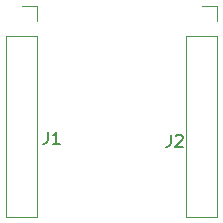
<source format=gbr>
%TF.GenerationSoftware,KiCad,Pcbnew,8.0.4*%
%TF.CreationDate,2024-07-26T21:26:35+02:00*%
%TF.ProjectId,rx_pcb,72785f70-6362-42e6-9b69-6361645f7063,rev?*%
%TF.SameCoordinates,Original*%
%TF.FileFunction,Legend,Top*%
%TF.FilePolarity,Positive*%
%FSLAX46Y46*%
G04 Gerber Fmt 4.6, Leading zero omitted, Abs format (unit mm)*
G04 Created by KiCad (PCBNEW 8.0.4) date 2024-07-26 21:26:35*
%MOMM*%
%LPD*%
G01*
G04 APERTURE LIST*
%ADD10C,0.150000*%
%ADD11C,0.120000*%
G04 APERTURE END LIST*
D10*
X132000666Y-85814819D02*
X132000666Y-86529104D01*
X132000666Y-86529104D02*
X131953047Y-86671961D01*
X131953047Y-86671961D02*
X131857809Y-86767200D01*
X131857809Y-86767200D02*
X131714952Y-86814819D01*
X131714952Y-86814819D02*
X131619714Y-86814819D01*
X132429238Y-85910057D02*
X132476857Y-85862438D01*
X132476857Y-85862438D02*
X132572095Y-85814819D01*
X132572095Y-85814819D02*
X132810190Y-85814819D01*
X132810190Y-85814819D02*
X132905428Y-85862438D01*
X132905428Y-85862438D02*
X132953047Y-85910057D01*
X132953047Y-85910057D02*
X133000666Y-86005295D01*
X133000666Y-86005295D02*
X133000666Y-86100533D01*
X133000666Y-86100533D02*
X132953047Y-86243390D01*
X132953047Y-86243390D02*
X132381619Y-86814819D01*
X132381619Y-86814819D02*
X133000666Y-86814819D01*
X121586666Y-85560819D02*
X121586666Y-86275104D01*
X121586666Y-86275104D02*
X121539047Y-86417961D01*
X121539047Y-86417961D02*
X121443809Y-86513200D01*
X121443809Y-86513200D02*
X121300952Y-86560819D01*
X121300952Y-86560819D02*
X121205714Y-86560819D01*
X122586666Y-86560819D02*
X122015238Y-86560819D01*
X122300952Y-86560819D02*
X122300952Y-85560819D01*
X122300952Y-85560819D02*
X122205714Y-85703676D01*
X122205714Y-85703676D02*
X122110476Y-85798914D01*
X122110476Y-85798914D02*
X122015238Y-85846533D01*
D11*
%TO.C,J2*%
X133290000Y-77470000D02*
X133290000Y-92770000D01*
X133290000Y-77470000D02*
X135950000Y-77470000D01*
X133290000Y-92770000D02*
X135950000Y-92770000D01*
X134620000Y-74870000D02*
X135950000Y-74870000D01*
X135950000Y-74870000D02*
X135950000Y-76200000D01*
X135950000Y-77470000D02*
X135950000Y-92770000D01*
%TO.C,J1*%
X118050000Y-77470000D02*
X118050000Y-92770000D01*
X118050000Y-77470000D02*
X120710000Y-77470000D01*
X118050000Y-92770000D02*
X120710000Y-92770000D01*
X119380000Y-74870000D02*
X120710000Y-74870000D01*
X120710000Y-74870000D02*
X120710000Y-76200000D01*
X120710000Y-77470000D02*
X120710000Y-92770000D01*
%TD*%
M02*

</source>
